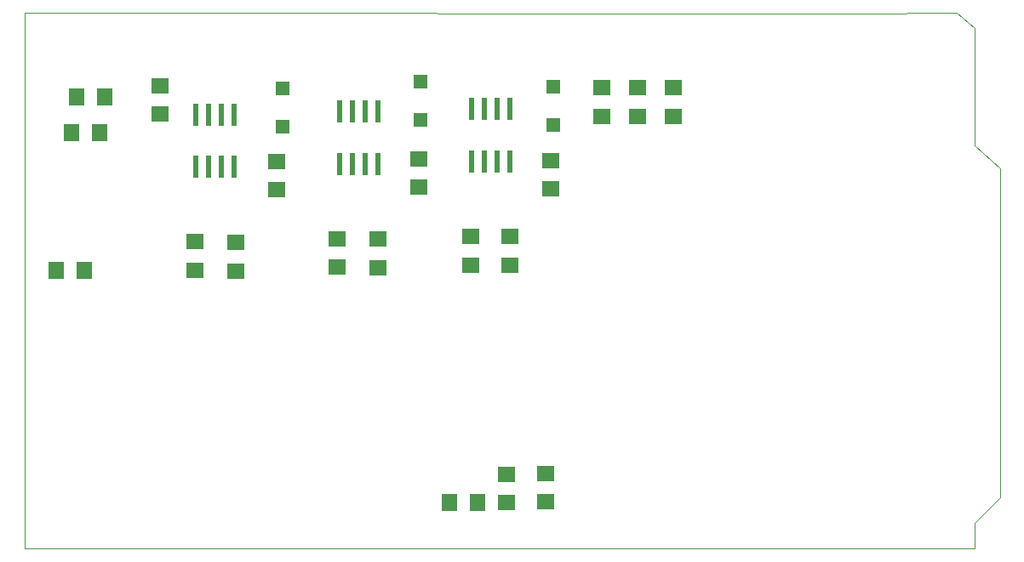
<source format=gtp>
G75*
%MOIN*%
%OFA0B0*%
%FSLAX25Y25*%
%IPPOS*%
%LPD*%
%AMOC8*
5,1,8,0,0,1.08239X$1,22.5*
%
%ADD10C,0.00000*%
%ADD11R,0.02362X0.08661*%
%ADD12R,0.07098X0.06299*%
%ADD13R,0.07087X0.06299*%
%ADD14R,0.05512X0.05512*%
%ADD15R,0.06299X0.07087*%
%ADD16R,0.06299X0.07098*%
D10*
X0005000Y0005000D02*
X0005000Y0215000D01*
X0330921Y0214701D01*
X0370000Y0215000D01*
X0377000Y0209000D01*
X0377000Y0163000D01*
X0387000Y0154000D01*
X0387000Y0025000D01*
X0377000Y0015000D01*
X0377000Y0005000D01*
X0005000Y0005000D01*
D11*
X0072185Y0154748D03*
X0077185Y0154748D03*
X0082185Y0154748D03*
X0087185Y0154748D03*
X0087185Y0175220D03*
X0082185Y0175220D03*
X0077185Y0175220D03*
X0072185Y0175220D03*
X0128500Y0176299D03*
X0133500Y0176299D03*
X0138500Y0176299D03*
X0143500Y0176299D03*
X0143500Y0155827D03*
X0138500Y0155827D03*
X0133500Y0155827D03*
X0128500Y0155827D03*
X0180106Y0156787D03*
X0185106Y0156787D03*
X0190106Y0156787D03*
X0195106Y0156787D03*
X0195106Y0177260D03*
X0190106Y0177260D03*
X0185106Y0177260D03*
X0180106Y0177260D03*
D12*
X0231000Y0174402D03*
X0245000Y0174402D03*
X0259000Y0174402D03*
X0259000Y0185598D03*
X0245000Y0185598D03*
X0231000Y0185598D03*
X0195244Y0127425D03*
X0179890Y0127268D03*
X0179890Y0116071D03*
X0195244Y0116228D03*
X0143362Y0115071D03*
X0127614Y0115307D03*
X0127614Y0126504D03*
X0143362Y0126268D03*
X0087677Y0125031D03*
X0071929Y0125268D03*
X0071929Y0114071D03*
X0087677Y0113835D03*
X0193898Y0034244D03*
X0209102Y0034535D03*
X0209102Y0023339D03*
X0193898Y0023047D03*
D13*
X0211268Y0146213D03*
X0211268Y0157236D03*
X0159386Y0157795D03*
X0159386Y0146772D03*
X0103937Y0145811D03*
X0103937Y0156835D03*
X0058000Y0175488D03*
X0058000Y0186512D03*
D14*
X0106000Y0185291D03*
X0106000Y0170331D03*
X0160000Y0173205D03*
X0160000Y0188165D03*
X0212063Y0186102D03*
X0212063Y0171142D03*
D15*
X0028512Y0114000D03*
X0017488Y0114000D03*
X0171472Y0023150D03*
X0182496Y0023150D03*
D16*
X0034598Y0168000D03*
X0023402Y0168000D03*
X0025402Y0182000D03*
X0036598Y0182000D03*
M02*

</source>
